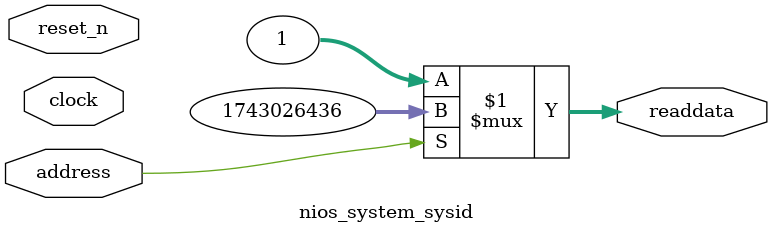
<source format=v>



// synthesis translate_off
`timescale 1ns / 1ps
// synthesis translate_on

// turn off superfluous verilog processor warnings 
// altera message_level Level1 
// altera message_off 10034 10035 10036 10037 10230 10240 10030 

module nios_system_sysid (
               // inputs:
                address,
                clock,
                reset_n,

               // outputs:
                readdata
             )
;

  output  [ 31: 0] readdata;
  input            address;
  input            clock;
  input            reset_n;

  wire    [ 31: 0] readdata;
  //control_slave, which is an e_avalon_slave
  assign readdata = address ? 1743026436 : 1;

endmodule



</source>
